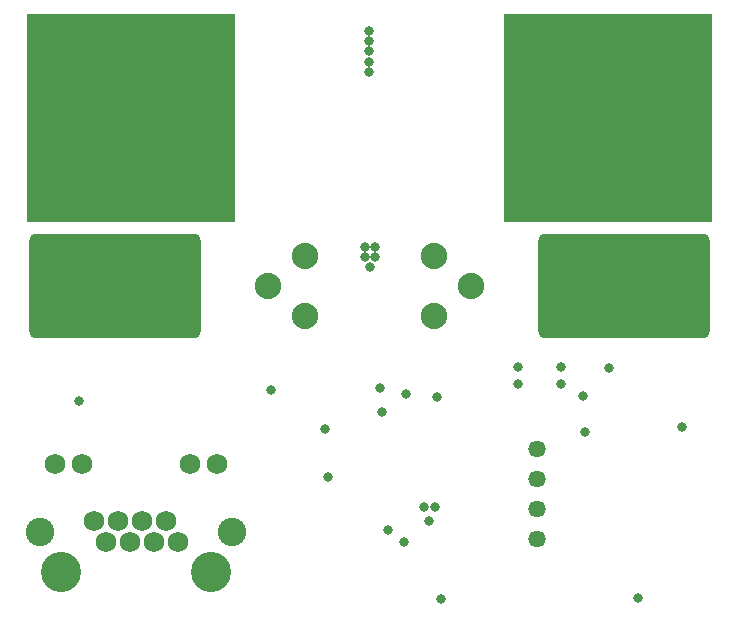
<source format=gbs>
G04*
G04 #@! TF.GenerationSoftware,Altium Limited,Altium Designer,23.10.1 (27)*
G04*
G04 Layer_Color=16711935*
%FSLAX25Y25*%
%MOIN*%
G70*
G04*
G04 #@! TF.SameCoordinates,48329E4E-80D2-4777-9540-AAF0B2507E0B*
G04*
G04*
G04 #@! TF.FilePolarity,Negative*
G04*
G01*
G75*
G04:AMPARAMS|DCode=44|XSize=349mil|YSize=571mil|CornerRadius=21.05mil|HoleSize=0mil|Usage=FLASHONLY|Rotation=270.000|XOffset=0mil|YOffset=0mil|HoleType=Round|Shape=RoundedRectangle|*
%AMROUNDEDRECTD44*
21,1,0.34900,0.52890,0,0,270.0*
21,1,0.30690,0.57100,0,0,270.0*
1,1,0.04210,-0.26445,-0.15345*
1,1,0.04210,-0.26445,0.15345*
1,1,0.04210,0.26445,0.15345*
1,1,0.04210,0.26445,-0.15345*
%
%ADD44ROUNDEDRECTD44*%
%ADD45C,0.08800*%
%ADD46C,0.05740*%
%ADD47R,0.69550X0.69550*%
%ADD48C,0.06800*%
%ADD49C,0.13400*%
%ADD50C,0.09500*%
%ADD51C,0.03162*%
%ADD63C,0.03300*%
D44*
X200200Y109200D02*
D03*
X30500D02*
D03*
D45*
X136800Y119200D02*
D03*
X149300Y109200D02*
D03*
X136800Y99200D02*
D03*
X93900Y119200D02*
D03*
X81400Y109200D02*
D03*
X93900Y99200D02*
D03*
D46*
X171100Y24900D02*
D03*
Y34900D02*
D03*
Y44900D02*
D03*
Y54900D02*
D03*
D47*
X194800Y165200D02*
D03*
X35800D02*
D03*
D48*
X51600Y23900D02*
D03*
X47575Y30900D02*
D03*
X43575Y23900D02*
D03*
X39525Y30900D02*
D03*
X35550Y23900D02*
D03*
X31525Y30900D02*
D03*
X27525Y23900D02*
D03*
X23500Y30900D02*
D03*
X64600Y49900D02*
D03*
X55600D02*
D03*
X19600D02*
D03*
X10600D02*
D03*
D49*
X12600Y13900D02*
D03*
X62600D02*
D03*
D50*
X5600Y27400D02*
D03*
X69600D02*
D03*
D51*
X82700Y74800D02*
D03*
X179300Y76600D02*
D03*
X164900D02*
D03*
X135200Y31000D02*
D03*
X121500Y28100D02*
D03*
X119000Y75300D02*
D03*
X127700Y73400D02*
D03*
D63*
X100600Y61800D02*
D03*
X164900Y82500D02*
D03*
X179300D02*
D03*
X195100Y81900D02*
D03*
X133600Y35600D02*
D03*
X137200Y35700D02*
D03*
X127000Y23900D02*
D03*
X119500Y67400D02*
D03*
X139275Y4925D02*
D03*
X101430Y45568D02*
D03*
X117200Y118900D02*
D03*
X113800D02*
D03*
X137900Y72300D02*
D03*
X219700Y62400D02*
D03*
X117200Y122200D02*
D03*
X115500Y115800D02*
D03*
X113800Y122200D02*
D03*
X115300Y180800D02*
D03*
Y184100D02*
D03*
Y187600D02*
D03*
Y190900D02*
D03*
Y194200D02*
D03*
X18500Y71000D02*
D03*
X187160Y60762D02*
D03*
X186500Y72600D02*
D03*
X204900Y5500D02*
D03*
M02*

</source>
